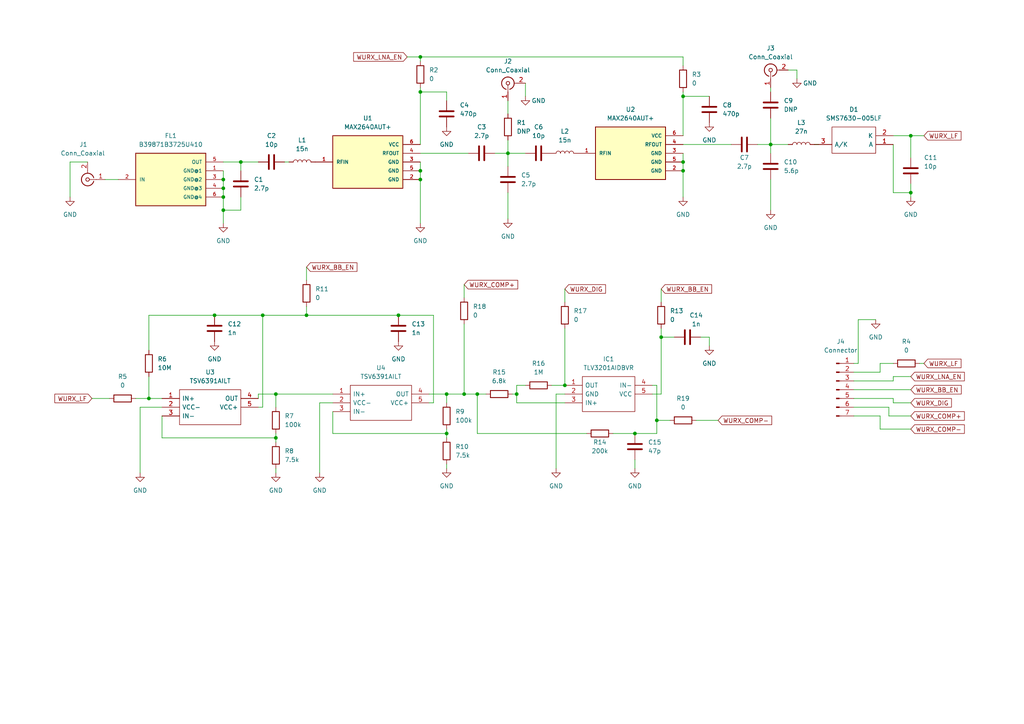
<source format=kicad_sch>
(kicad_sch (version 20211123) (generator eeschema)
  (paper "A4")
  (title_block (title "LNA based WuRx -Test PCB") (company "Tim Schröder - Technische Universität Berlin") (comment 1 " ") (comment 2 " \"Reliable Wake-up Receiver with Increased Sensitivity using Low-Noise Amplifiers.\"") (comment 3 "MLA	 Fromm, Robert, Olfa Kanoun, and Faouzi Derbel.") (comment 4 "Design inspired from:") (comment 5 "Three different output to test LNA amplification stages ") (comment 6 "Test PCB for Wake-up Receiver with dual-stage LNA"))
  (lib_symbols
    (symbol "B39871B3725U410:B39871B3725U410" (pin_names (offset 1.016))
      (property "Reference" "FL" (at -10.1691 8.3895 0))
      (property "Value" "B39871B3725U410" (at -10.1747 -9.666 0))
      (symbol "B39871B3725U410_0_0"
        (rectangle (start -10.16 -7.62) (end 10.16 7.62) (stroke (width 0.254)) (fill (type background)))
        (pin power_in line (at 15.24 2.54 180) (length 5.08) (name "GND@1") (number "1"))
        (pin input line (at -15.24 0 0) (length 5.08) (name "IN") (number "2"))
        (pin power_in line (at 15.24 0 180) (length 5.08) (name "GND@2") (number "3"))
        (pin power_in line (at 15.24 -2.54 180) (length 5.08) (name "GND@3") (number "4"))
        (pin output line (at 15.24 5.08 180) (length 5.08) (name "OUT") (number "5"))
        (pin power_in line (at 15.24 -5.08 180) (length 5.08) (name "GND@4") (number "6"))
      )
    )
    (symbol "Connector:Conn_01x07_Male" (pin_names (offset 1.016) hide)
      (property "Reference" "J" (at 0 10.16 0))
      (property "Value" "Conn_01x07_Male" (at 0 -10.16 0))
      (symbol "Conn_01x07_Male_1_1"
        (polyline (pts (xy 1.27 -7.62) (xy 0.8636 -7.62)) (stroke (width 0.1524)))
        (polyline (pts (xy 1.27 -5.08) (xy 0.8636 -5.08)) (stroke (width 0.1524)))
        (polyline (pts (xy 1.27 -2.54) (xy 0.8636 -2.54)) (stroke (width 0.1524)))
        (polyline (pts (xy 1.27 0) (xy 0.8636 0)) (stroke (width 0.1524)))
        (polyline (pts (xy 1.27 2.54) (xy 0.8636 2.54)) (stroke (width 0.1524)))
        (polyline (pts (xy 1.27 5.08) (xy 0.8636 5.08)) (stroke (width 0.1524)))
        (polyline (pts (xy 1.27 7.62) (xy 0.8636 7.62)) (stroke (width 0.1524)))
        (rectangle (start 0.8636 -7.493) (end 0 -7.747) (stroke (width 0.1524)) (fill (type outline)))
        (rectangle (start 0.8636 -4.953) (end 0 -5.207) (stroke (width 0.1524)) (fill (type outline)))
        (rectangle (start 0.8636 -2.413) (end 0 -2.667) (stroke (width 0.1524)) (fill (type outline)))
        (rectangle (start 0.8636 0.127) (end 0 -0.127) (stroke (width 0.1524)) (fill (type outline)))
        (rectangle (start 0.8636 2.667) (end 0 2.413) (stroke (width 0.1524)) (fill (type outline)))
        (rectangle (start 0.8636 5.207) (end 0 4.953) (stroke (width 0.1524)) (fill (type outline)))
        (rectangle (start 0.8636 7.747) (end 0 7.493) (stroke (width 0.1524)) (fill (type outline)))
        (pin passive line (at 5.08 7.62 180) (length 3.81) (name "Pin_1") (number "1"))
        (pin passive line (at 5.08 5.08 180) (length 3.81) (name "Pin_2") (number "2"))
        (pin passive line (at 5.08 2.54 180) (length 3.81) (name "Pin_3") (number "3"))
        (pin passive line (at 5.08 0 180) (length 3.81) (name "Pin_4") (number "4"))
        (pin passive line (at 5.08 -2.54 180) (length 3.81) (name "Pin_5") (number "5"))
        (pin passive line (at 5.08 -5.08 180) (length 3.81) (name "Pin_6") (number "6"))
        (pin passive line (at 5.08 -7.62 180) (length 3.81) (name "Pin_7") (number "7"))
      )
    )
    (symbol "Connector:Conn_Coaxial" (pin_names (offset 1.016) hide)
      (property "Reference" "J" (at 0.254 3.048 0))
      (property "Value" "Conn_Coaxial" (at 2.921 0 90))
      (symbol "Conn_Coaxial_0_1"
        (arc (start -1.778 -0.508) (mid 0.2311 -1.8066) (end 1.778 0) (stroke (width 0.254)))
        (polyline (pts (xy -2.54 0) (xy -0.508 0)))
        (polyline (pts (xy 0 -2.54) (xy 0 -1.778)))
        (circle (center 0 0) (radius 0.508) (stroke (width 0.2032)))
        (arc (start 1.778 0) (mid 0.2099 1.8101) (end -1.778 0.508) (stroke (width 0.254)))
      )
      (symbol "Conn_Coaxial_1_1"
        (pin passive line (at -5.08 0 0) (length 2.54) (name "In") (number "1"))
        (pin passive line (at 0 -5.08 90) (length 2.54) (name "Ext") (number "2"))
      )
    )
    (symbol "Device:C" (pin_numbers hide) (pin_names (offset 0.254))
      (property "Reference" "C" (at 0.635 2.54 0))
      (property "Value" "C" (at 0.635 -2.54 0))
      (symbol "C_0_1"
        (polyline (pts (xy -2.032 -0.762) (xy 2.032 -0.762)) (stroke (width 0.508)))
        (polyline (pts (xy -2.032 0.762) (xy 2.032 0.762)) (stroke (width 0.508)))
      )
      (symbol "C_1_1"
        (pin passive line (at 0 3.81 270) (length 2.794) (name "~") (number "1"))
        (pin passive line (at 0 -3.81 90) (length 2.794) (name "~") (number "2"))
      )
    )
    (symbol "Device:L" (pin_numbers hide) (pin_names (offset 1.016) hide)
      (property "Reference" "L" (at -1.27 0 90))
      (property "Value" "L" (at 1.905 0 90))
      (symbol "L_0_1"
        (arc (start 0 -2.54) (mid 0.635 -1.905) (end 0 -1.27))
        (arc (start 0 -1.27) (mid 0.635 -0.635) (end 0 0))
        (arc (start 0 0) (mid 0.635 0.635) (end 0 1.27))
        (arc (start 0 1.27) (mid 0.635 1.905) (end 0 2.54))
      )
      (symbol "L_1_1"
        (pin passive line (at 0 3.81 270) (length 1.27) (name "1") (number "1"))
        (pin passive line (at 0 -3.81 90) (length 1.27) (name "2") (number "2"))
      )
    )
    (symbol "Device:R" (pin_numbers hide) (pin_names (offset 0))
      (property "Reference" "R" (at 2.032 0 90))
      (property "Value" "R" (at 0 0 90))
      (symbol "R_0_1"
        (rectangle (start -1.016 -2.54) (end 1.016 2.54) (stroke (width 0.254)))
      )
      (symbol "R_1_1"
        (pin passive line (at 0 3.81 270) (length 1.27) (name "~") (number "1"))
        (pin passive line (at 0 -3.81 90) (length 1.27) (name "~") (number "2"))
      )
    )
    (symbol "MAX2640AUT_:MAX2640AUT+" (pin_names (offset 1.016))
      (property "Reference" "U" (at -10.16 8.62 0))
      (property "Value" "MAX2640AUT+" (at -10.16 -11.62 0))
      (symbol "MAX2640AUT+_0_0"
        (rectangle (start -10.16 -7.62) (end 10.16 7.62) (stroke (width 0.254)) (fill (type background)))
        (pin input line (at -15.24 0 0) (length 5.08) (name "RFIN") (number "1"))
        (pin power_in line (at 15.24 -5.08 180) (length 5.08) (name "GND") (number "2"))
        (pin power_in line (at 15.24 0 180) (length 5.08) (name "GND") (number "3"))
        (pin output line (at 15.24 2.54 180) (length 5.08) (name "RFOUT") (number "4"))
        (pin power_in line (at 15.24 -2.54 180) (length 5.08) (name "GND") (number "5"))
        (pin power_in line (at 15.24 5.08 180) (length 5.08) (name "VCC") (number "6"))
      )
    )
    (symbol "SMS7630-005LF:SMS7630-005LF" (pin_names (offset 0.762))
      (property "Reference" "D" (at 19.05 7.62 0))
      (property "Value" "SMS7630-005LF" (at 19.05 5.08 0))
      (symbol "SMS7630-005LF_0_0"
        (pin passive line (at 0 0 0) (length 5.08) (name "A") (number "1"))
        (pin passive line (at 0 -2.54 0) (length 5.08) (name "K") (number "2"))
        (pin passive line (at 22.86 0 180) (length 5.08) (name "A/K") (number "3"))
      )
      (symbol "SMS7630-005LF_0_1"
        (polyline (pts (xy 5.08 2.54) (xy 17.78 2.54) (xy 17.78 -5.08) (xy 5.08 -5.08) (xy 5.08 2.54)) (stroke (width 0.1524)))
      )
    )
    (symbol "TLV3201AIDBVR:TLV3201AIDBVR" (pin_names (offset 0.762))
      (property "Reference" "IC" (at 21.59 7.62 0))
      (property "Value" "TLV3201AIDBVR" (at 21.59 5.08 0))
      (symbol "TLV3201AIDBVR_0_0"
        (pin passive line (at 0 0 0) (length 5.08) (name "OUT") (number "1"))
        (pin passive line (at 0 -2.54 0) (length 5.08) (name "GND") (number "2"))
        (pin passive line (at 0 -5.08 0) (length 5.08) (name "IN+") (number "3"))
        (pin passive line (at 25.4 0 180) (length 5.08) (name "IN-") (number "4"))
        (pin passive line (at 25.4 -2.54 180) (length 5.08) (name "VCC") (number "5"))
      )
      (symbol "TLV3201AIDBVR_0_1"
        (polyline (pts (xy 5.08 2.54) (xy 20.32 2.54) (xy 20.32 -7.62) (xy 5.08 -7.62) (xy 5.08 2.54)) (stroke (width 0.1524)))
      )
    )
    (symbol "TSV6391AILT:TSV6391AILT" (pin_names (offset 0.762))
      (property "Reference" "IC" (at 24.13 7.62 0))
      (property "Value" "TSV6391AILT" (at 24.13 5.08 0))
      (symbol "TSV6391AILT_0_0"
        (pin passive line (at 0 0 0) (length 5.08) (name "IN+") (number "1"))
        (pin passive line (at 0 -2.54 0) (length 5.08) (name "VCC-") (number "2"))
        (pin passive line (at 0 -5.08 0) (length 5.08) (name "IN-") (number "3"))
        (pin passive line (at 27.94 0 180) (length 5.08) (name "OUT") (number "4"))
        (pin passive line (at 27.94 -2.54 180) (length 5.08) (name "VCC+") (number "5"))
      )
      (symbol "TSV6391AILT_0_1"
        (polyline (pts (xy 5.08 2.54) (xy 22.86 2.54) (xy 22.86 -7.62) (xy 5.08 -7.62) (xy 5.08 2.54)) (stroke (width 0.1524)))
      )
    )
    (symbol "power:GND" (power) (pin_names (offset 0))
      (property "Value" "GND" (at 0 -3.81 0))
      (symbol "GND_0_1"
        (polyline (pts (xy 0 0) (xy 0 -1.27) (xy 1.27 -1.27) (xy 0 -2.54) (xy -1.27 -1.27) (xy 0 -1.27)))
      )
      (symbol "GND_1_1"
        (pin power_in line (at 0 0 270) (length 0) hide (name "GND") (number "1"))
      )
    )
  )
  (junction (at 191.77 97.79))
  (junction (at 129.54 114.3))
  (junction (at 64.77 52.07))
  (junction (at 121.92 26.67))
  (junction (at 190.5 121.92))
  (junction (at 88.9 91.44))
  (junction (at 198.12 49.53))
  (junction (at 43.18 115.57))
  (junction (at 264.16 55.88))
  (junction (at 62.23 91.44))
  (junction (at 129.54 125.73))
  (junction (at 80.01 127))
  (junction (at 80.01 114.3))
  (junction (at 69.85 46.99))
  (junction (at 115.57 91.44))
  (junction (at 184.15 125.73))
  (junction (at 223.52 41.91))
  (junction (at 198.12 27.94))
  (junction (at 64.77 54.61))
  (junction (at 76.2 91.44))
  (junction (at 121.92 52.07))
  (junction (at 198.12 46.99))
  (junction (at 121.92 16.51))
  (junction (at 163.83 111.76))
  (junction (at 64.77 57.15))
  (junction (at 134.62 114.3))
  (junction (at 147.32 44.45))
  (junction (at 264.16 39.37))
  (junction (at 138.43 114.3))
  (junction (at 121.92 49.53))
  (junction (at 64.77 60.96))
  (junction (at 149.86 114.3))
  (wire (pts (xy 177.8 125.73) (xy 184.15 125.73)))
  (wire (pts (xy 118.11 16.51) (xy 121.92 16.51)))
  (wire (pts (xy 231.14 20.32) (xy 231.14 22.86)))
  (wire (pts (xy 259.08 109.22) (xy 259.08 110.49)))
  (wire (pts (xy 64.77 54.61) (xy 64.77 57.15)))
  (wire (pts (xy 46.99 127) (xy 80.01 127)))
  (wire (pts (xy 64.77 46.99) (xy 69.85 46.99)))
  (wire (pts (xy 198.12 26.67) (xy 198.12 27.94)))
  (wire (pts (xy 198.12 27.94) (xy 205.74 27.94)))
  (wire (pts (xy 46.99 118.11) (xy 40.64 118.11)))
  (wire (pts (xy 163.83 83.82) (xy 163.83 87.63)))
  (wire (pts (xy 148.59 114.3) (xy 149.86 114.3)))
  (wire (pts (xy 223.52 52.07) (xy 223.52 60.96)))
  (wire (pts (xy 264.16 55.88) (xy 264.16 57.15)))
  (wire (pts (xy 121.92 46.99) (xy 121.92 49.53)))
  (wire (pts (xy 121.92 17.78) (xy 121.92 16.51)))
  (wire (pts (xy 247.65 115.57) (xy 259.08 115.57)))
  (wire (pts (xy 247.65 113.03) (xy 264.16 113.03)))
  (wire (pts (xy 124.46 114.3) (xy 129.54 114.3)))
  (wire (pts (xy 264.16 124.46) (xy 255.27 124.46)))
  (wire (pts (xy 64.77 60.96) (xy 64.77 64.77)))
  (wire (pts (xy 201.93 121.92) (xy 208.28 121.92)))
  (wire (pts (xy 264.16 109.22) (xy 259.08 109.22)))
  (wire (pts (xy 198.12 49.53) (xy 198.12 57.15)))
  (wire (pts (xy 39.37 115.57) (xy 43.18 115.57)))
  (wire (pts (xy 184.15 125.73) (xy 190.5 125.73)))
  (wire (pts (xy 82.55 46.99) (xy 83.82 46.99)))
  (wire (pts (xy 134.62 93.98) (xy 134.62 114.3)))
  (wire (pts (xy 198.12 46.99) (xy 198.12 49.53)))
  (wire (pts (xy 189.23 114.3) (xy 191.77 114.3)))
  (wire (pts (xy 259.08 55.88) (xy 264.16 55.88)))
  (wire (pts (xy 80.01 135.89) (xy 80.01 137.16)))
  (wire (pts (xy 223.52 41.91) (xy 228.6 41.91)))
  (wire (pts (xy 147.32 40.64) (xy 147.32 44.45)))
  (wire (pts (xy 264.16 39.37) (xy 267.97 39.37)))
  (wire (pts (xy 143.51 44.45) (xy 147.32 44.45)))
  (wire (pts (xy 257.81 120.65) (xy 264.16 120.65)))
  (wire (pts (xy 64.77 49.53) (xy 64.77 52.07)))
  (wire (pts (xy 236.22 41.91) (xy 237.49 41.91)))
  (wire (pts (xy 138.43 125.73) (xy 138.43 114.3)))
  (wire (pts (xy 191.77 114.3) (xy 191.77 97.79)))
  (wire (pts (xy 163.83 116.84) (xy 149.86 116.84)))
  (wire (pts (xy 247.65 120.65) (xy 255.27 120.65)))
  (wire (pts (xy 69.85 57.15) (xy 69.85 60.96)))
  (wire (pts (xy 147.32 44.45) (xy 152.4 44.45)))
  (wire (pts (xy 129.54 114.3) (xy 134.62 114.3)))
  (wire (pts (xy 147.32 29.21) (xy 147.32 33.02)))
  (wire (pts (xy 129.54 29.21) (xy 129.54 26.67)))
  (wire (pts (xy 134.62 82.55) (xy 134.62 86.36)))
  (wire (pts (xy 259.08 116.84) (xy 259.08 115.57)))
  (wire (pts (xy 264.16 116.84) (xy 259.08 116.84)))
  (wire (pts (xy 266.7 105.41) (xy 267.97 105.41)))
  (wire (pts (xy 74.93 118.11) (xy 76.2 118.11)))
  (wire (pts (xy 149.86 111.76) (xy 149.86 114.3)))
  (wire (pts (xy 64.77 52.07) (xy 64.77 54.61)))
  (wire (pts (xy 247.65 107.95) (xy 255.27 107.95)))
  (wire (pts (xy 121.92 16.51) (xy 198.12 16.51)))
  (wire (pts (xy 247.65 110.49) (xy 259.08 110.49)))
  (wire (pts (xy 161.29 114.3) (xy 161.29 135.89)))
  (wire (pts (xy 40.64 118.11) (xy 40.64 137.16)))
  (wire (pts (xy 248.92 105.41) (xy 248.92 92.71)))
  (wire (pts (xy 152.4 24.13) (xy 152.4 27.94)))
  (wire (pts (xy 92.71 116.84) (xy 92.71 137.16)))
  (wire (pts (xy 219.71 41.91) (xy 223.52 41.91)))
  (wire (pts (xy 228.6 20.32) (xy 231.14 20.32)))
  (wire (pts (xy 134.62 114.3) (xy 138.43 114.3)))
  (wire (pts (xy 121.92 25.4) (xy 121.92 26.67)))
  (wire (pts (xy 76.2 91.44) (xy 88.9 91.44)))
  (wire (pts (xy 129.54 134.62) (xy 129.54 135.89)))
  (wire (pts (xy 255.27 105.41) (xy 255.27 107.95)))
  (wire (pts (xy 121.92 26.67) (xy 129.54 26.67)))
  (wire (pts (xy 129.54 125.73) (xy 129.54 127)))
  (wire (pts (xy 30.48 52.07) (xy 34.29 52.07)))
  (wire (pts (xy 121.92 26.67) (xy 121.92 41.91)))
  (wire (pts (xy 20.32 46.99) (xy 20.32 57.15)))
  (wire (pts (xy 248.92 92.71) (xy 254 92.71)))
  (wire (pts (xy 259.08 39.37) (xy 264.16 39.37)))
  (wire (pts (xy 257.81 118.11) (xy 257.81 120.65)))
  (wire (pts (xy 80.01 114.3) (xy 80.01 118.11)))
  (wire (pts (xy 223.52 25.4) (xy 223.52 26.67)))
  (wire (pts (xy 198.12 41.91) (xy 212.09 41.91)))
  (wire (pts (xy 88.9 91.44) (xy 115.57 91.44)))
  (wire (pts (xy 74.93 114.3) (xy 80.01 114.3)))
  (wire (pts (xy 121.92 49.53) (xy 121.92 52.07)))
  (wire (pts (xy 26.67 115.57) (xy 31.75 115.57)))
  (wire (pts (xy 88.9 88.9) (xy 88.9 91.44)))
  (wire (pts (xy 138.43 114.3) (xy 140.97 114.3)))
  (wire (pts (xy 198.12 19.05) (xy 198.12 16.51)))
  (wire (pts (xy 80.01 125.73) (xy 80.01 127)))
  (wire (pts (xy 259.08 41.91) (xy 259.08 55.88)))
  (wire (pts (xy 115.57 91.44) (xy 125.73 91.44)))
  (wire (pts (xy 190.5 125.73) (xy 190.5 121.92)))
  (wire (pts (xy 96.52 116.84) (xy 92.71 116.84)))
  (wire (pts (xy 247.65 105.41) (xy 248.92 105.41)))
  (wire (pts (xy 163.83 114.3) (xy 161.29 114.3)))
  (wire (pts (xy 69.85 46.99) (xy 74.93 46.99)))
  (wire (pts (xy 43.18 109.22) (xy 43.18 115.57)))
  (wire (pts (xy 74.93 114.3) (xy 74.93 115.57)))
  (wire (pts (xy 247.65 118.11) (xy 257.81 118.11)))
  (wire (pts (xy 64.77 57.15) (xy 64.77 60.96)))
  (wire (pts (xy 160.02 111.76) (xy 163.83 111.76)))
  (wire (pts (xy 64.77 60.96) (xy 69.85 60.96)))
  (wire (pts (xy 80.01 127) (xy 80.01 128.27)))
  (wire (pts (xy 191.77 97.79) (xy 191.77 95.25)))
  (wire (pts (xy 88.9 77.47) (xy 88.9 81.28)))
  (wire (pts (xy 163.83 95.25) (xy 163.83 111.76)))
  (wire (pts (xy 190.5 121.92) (xy 194.31 121.92)))
  (wire (pts (xy 147.32 55.88) (xy 147.32 63.5)))
  (wire (pts (xy 125.73 91.44) (xy 125.73 116.84)))
  (wire (pts (xy 25.4 46.99) (xy 20.32 46.99)))
  (wire (pts (xy 190.5 121.92) (xy 190.5 111.76)))
  (wire (pts (xy 152.4 111.76) (xy 149.86 111.76)))
  (wire (pts (xy 43.18 91.44) (xy 43.18 101.6)))
  (wire (pts (xy 255.27 124.46) (xy 255.27 120.65)))
  (wire (pts (xy 80.01 114.3) (xy 96.52 114.3)))
  (wire (pts (xy 149.86 114.3) (xy 149.86 116.84)))
  (wire (pts (xy 223.52 41.91) (xy 223.52 44.45)))
  (wire (pts (xy 76.2 91.44) (xy 76.2 118.11)))
  (wire (pts (xy 191.77 83.82) (xy 191.77 87.63)))
  (wire (pts (xy 190.5 111.76) (xy 189.23 111.76)))
  (wire (pts (xy 170.18 125.73) (xy 138.43 125.73)))
  (wire (pts (xy 43.18 91.44) (xy 62.23 91.44)))
  (wire (pts (xy 264.16 39.37) (xy 264.16 45.72)))
  (wire (pts (xy 121.92 52.07) (xy 121.92 64.77)))
  (wire (pts (xy 184.15 133.35) (xy 184.15 135.89)))
  (wire (pts (xy 198.12 44.45) (xy 198.12 46.99)))
  (wire (pts (xy 121.92 44.45) (xy 135.89 44.45)))
  (wire (pts (xy 129.54 124.46) (xy 129.54 125.73)))
  (wire (pts (xy 69.85 46.99) (xy 69.85 49.53)))
  (wire (pts (xy 264.16 53.34) (xy 264.16 55.88)))
  (wire (pts (xy 46.99 120.65) (xy 46.99 127)))
  (wire (pts (xy 125.73 116.84) (xy 124.46 116.84)))
  (wire (pts (xy 62.23 91.44) (xy 76.2 91.44)))
  (wire (pts (xy 223.52 34.29) (xy 223.52 41.91)))
  (wire (pts (xy 205.74 97.79) (xy 205.74 100.33)))
  (wire (pts (xy 255.27 105.41) (xy 259.08 105.41)))
  (wire (pts (xy 129.54 114.3) (xy 129.54 116.84)))
  (wire (pts (xy 147.32 44.45) (xy 147.32 48.26)))
  (wire (pts (xy 96.52 119.38) (xy 96.52 125.73)))
  (wire (pts (xy 96.52 125.73) (xy 129.54 125.73)))
  (wire (pts (xy 198.12 27.94) (xy 198.12 39.37)))
  (wire (pts (xy 203.2 97.79) (xy 205.74 97.79)))
  (wire (pts (xy 43.18 115.57) (xy 46.99 115.57)))
  (wire (pts (xy 191.77 97.79) (xy 195.58 97.79)))
  (global_label "WURX_COMP-" (shape input) (at 208.28 121.92 0) (property "Intersheet References" "${INTERSHEET_REFS}" (effects hide)))
  (global_label "WURX_LNA_EN" (shape input) (at 264.16 109.22 0) (property "Intersheet References" "${INTERSHEET_REFS}" (effects hide)))
  (global_label "WURX_LF" (shape input) (at 267.97 105.41 0) (property "Intersheet References" "${INTERSHEET_REFS}" (effects hide)))
  (global_label "WURX_COMP-" (shape input) (at 264.16 124.46 0) (property "Intersheet References" "${INTERSHEET_REFS}" (effects hide)))
  (global_label "WURX_COMP+" (shape input) (at 264.16 120.65 0) (property "Intersheet References" "${INTERSHEET_REFS}" (effects hide)))
  (global_label "WURX_BB_EN" (shape input) (at 264.16 113.03 0) (property "Intersheet References" "${INTERSHEET_REFS}" (effects hide)))
  (global_label "WURX_LNA_EN" (shape input) (at 118.11 16.51 180) (property "Intersheet References" "${INTERSHEET_REFS}" (effects hide)))
  (global_label "WURX_LF" (shape input) (at 26.67 115.57 180) (property "Intersheet References" "${INTERSHEET_REFS}" (effects hide)))
  (global_label "WURX_BB_EN" (shape input) (at 191.77 83.82 0) (property "Intersheet References" "${INTERSHEET_REFS}" (effects hide)))
  (global_label "WURX_BB_EN" (shape input) (at 88.9 77.47 0) (property "Intersheet References" "${INTERSHEET_REFS}" (effects hide)))
  (global_label "WURX_LF" (shape input) (at 267.97 39.37 0) (property "Intersheet References" "${INTERSHEET_REFS}" (effects hide)))
  (global_label "WURX_DIG" (shape input) (at 264.16 116.84 0) (property "Intersheet References" "${INTERSHEET_REFS}" (effects hide)))
  (global_label "WURX_COMP+" (shape input) (at 134.62 82.55 0) (property "Intersheet References" "${INTERSHEET_REFS}" (effects hide)))
  (global_label "WURX_DIG" (shape input) (at 163.83 83.82 0) (property "Intersheet References" "${INTERSHEET_REFS}" (effects hide)))
  (symbol (lib_id "Device:R") (at 198.12 121.92 270) (unit 1)
    (property "Reference" "R19" (at 198.12 115.57 90))
    (property "Value" "0" (at 198.12 118.11 90))
    (property "Footprint" "Resistor_SMD:R_0805_2012Metric" (effects hide))
  )
  (symbol (lib_id "power:GND") (at 129.54 36.83 0) (unit 1)
    (property "Reference" "#PWR0121" (effects hide))
    (property "Value" "GND" (at 129.54 41.91 0))
  )
  (symbol (lib_id "Connector:Conn_Coaxial") (at 147.32 24.13 90) (unit 1)
    (property "Reference" "J2" (at 147.32 17.78 90))
    (property "Value" "Conn_Coaxial" (at 147.32 20.32 90))
    (property "Footprint" "Connector_Coaxial:BNC_Amphenol_B6252HB-NPP3G-50_Horizontal" (effects hide))
    (property "Datasheet" " ~" (effects hide))
  )
  (symbol (lib_id "Device:R") (at 88.9 85.09 0) (unit 1)
    (property "Reference" "R11" (at 91.44 83.8199 0) (effects (justify left)))
    (property "Value" "0" (at 91.44 86.3599 0) (effects (justify left)))
    (property "Footprint" "Resistor_SMD:R_0805_2012Metric" (effects hide))
  )
  (symbol (lib_id "power:GND") (at 184.15 135.89 0) (unit 1)
    (property "Reference" "#PWR0101" (effects hide))
    (property "Value" "GND" (at 184.15 140.97 0))
  )
  (symbol (lib_id "power:GND") (at 254 92.71 0) (unit 1)
    (property "Reference" "#PWR0103" (effects hide))
    (property "Value" "GND" (at 254 97.79 0))
  )
  (symbol (lib_id "Device:C") (at 184.15 129.54 0) (unit 1)
    (property "Reference" "C15" (at 187.96 128.2699 0) (effects (justify left)))
    (property "Value" "47p" (at 187.96 130.8099 0) (effects (justify left)))
    (property "Footprint" "Capacitor_SMD:C_0805_2012Metric" (effects hide))
  )
  (symbol (lib_id "Connector:Conn_01x07_Male") (at 242.57 113.03 0) (unit 1)
    (property "Reference" "J4" (at 243.84 99.06 0))
    (property "Value" "Connector" (at 243.84 101.6 0))
    (property "Footprint" "Connector_PinHeader_2.54mm:PinHeader_1x07_P2.54mm_Vertical" (effects hide))
  )
  (symbol (lib_id "Device:R") (at 35.56 115.57 90) (unit 1)
    (property "Reference" "R5" (at 35.56 109.22 90))
    (property "Value" "0" (at 35.56 111.76 90))
    (property "Footprint" "Resistor_SMD:R_0805_2012Metric" (effects hide))
  )
  (symbol (lib_id "Device:L") (at 163.83 44.45 90) (unit 1)
    (property "Reference" "L2" (at 163.83 38.1 90))
    (property "Value" "15n" (at 163.83 40.64 90))
    (property "Footprint" "Inductor_SMD:L_0805_2012Metric" (effects hide))
  )
  (symbol (lib_id "power:GND") (at 264.16 57.15 0) (unit 1)
    (property "Reference" "#PWR0123" (effects hide))
    (property "Value" "GND" (at 264.16 62.23 0))
  )
  (symbol (lib_id "Device:R") (at 129.54 130.81 0) (unit 1)
    (property "Reference" "R10" (at 132.08 129.5399 0) (effects (justify left)))
    (property "Value" "7.5k" (at 132.08 132.0799 0) (effects (justify left)))
    (property "Footprint" "Resistor_SMD:R_0805_2012Metric" (effects hide))
  )
  (symbol (lib_id "Device:R") (at 262.89 105.41 90) (unit 1)
    (property "Reference" "R4" (at 262.89 99.06 90))
    (property "Value" "0" (at 262.89 101.6 90))
    (property "Footprint" "Resistor_SMD:R_0805_2012Metric" (effects hide))
  )
  (symbol (lib_id "Connector:Conn_Coaxial") (at 223.52 20.32 90) (unit 1)
    (property "Reference" "J3" (at 223.52 13.97 90))
    (property "Value" "Conn_Coaxial" (at 223.52 16.51 90))
    (property "Footprint" "Connector_Coaxial:BNC_Amphenol_B6252HB-NPP3G-50_Horizontal" (effects hide))
    (property "Datasheet" " ~" (effects hide))
  )
  (symbol (lib_id "power:GND") (at 223.52 60.96 0) (unit 1)
    (property "Reference" "#PWR0112" (effects hide))
    (property "Value" "GND" (at 223.52 66.04 0))
  )
  (symbol (lib_id "power:GND") (at 231.14 22.86 0) (unit 1)
    (property "Reference" "#PWR0114" (effects hide))
    (property "Value" "GND" (at 234.95 24.13 0))
  )
  (symbol (lib_id "power:GND") (at 80.01 137.16 0) (unit 1)
    (property "Reference" "#PWR0117" (effects hide))
    (property "Value" "GND" (at 80.01 142.24 0))
  )
  (symbol (lib_id "Device:C") (at 147.32 52.07 0) (unit 1)
    (property "Reference" "C5" (at 151.13 50.7999 0) (effects (justify left)))
    (property "Value" "2.7p" (at 151.13 53.3399 0) (effects (justify left)))
    (property "Footprint" "Capacitor_SMD:C_0805_2012Metric" (effects hide))
  )
  (symbol (lib_id "Device:R") (at 134.62 90.17 180) (unit 1)
    (property "Reference" "R18" (at 137.16 88.8999 0) (effects (justify right)))
    (property "Value" "0" (at 137.16 91.4399 0) (effects (justify right)))
    (property "Footprint" "Resistor_SMD:R_0805_2012Metric" (effects hide))
  )
  (symbol (lib_id "power:GND") (at 64.77 64.77 0) (unit 1)
    (property "Reference" "#PWR0107" (effects hide))
    (property "Value" "GND" (at 64.77 69.85 0))
  )
  (symbol (lib_id "Device:C") (at 156.21 44.45 90) (unit 1)
    (property "Reference" "C6" (at 156.21 36.83 90))
    (property "Value" "10p" (at 156.21 39.37 90))
    (property "Footprint" "Capacitor_SMD:C_0805_2012Metric" (effects hide))
  )
  (symbol (lib_id "power:GND") (at 121.92 64.77 0) (unit 1)
    (property "Reference" "#PWR0106" (effects hide))
    (property "Value" "GND" (at 121.92 69.85 0))
  )
  (symbol (lib_id "MAX2640AUT_:MAX2640AUT+") (at 106.68 46.99 0) (unit 1)
    (property "Reference" "U1" (at 106.68 34.29 0))
    (property "Value" "MAX2640AUT+" (at 106.68 36.83 0))
    (property "Footprint" "MAX2640AUT_:SOT95P280X145-6N" (effects hide))
    (property "PRICE" "None" (effects hide))
    (property "MF" "Maxim Integrated" (effects hide))
    (property "DESCRIPTION" "RF Amplifier 300MHz - 2.5GHz SiGe Ultra-Low-Noise" (effects hide))
    (property "PACKAGE" "SOT-23-6 Maxim" (effects hide))
    (property "AVAILABILITY" "Unavailable" (effects hide))
    (property "MP" "MAX2640AUT+" (effects hide))
  )
  (symbol (lib_id "Device:R") (at 156.21 111.76 90) (unit 1)
    (property "Reference" "R16" (at 156.21 105.41 90))
    (property "Value" "1M" (at 156.21 107.95 90))
    (property "Footprint" "Resistor_SMD:R_0805_2012Metric" (effects hide))
  )
  (symbol (lib_id "Device:R") (at 80.01 121.92 0) (unit 1)
    (property "Reference" "R7" (at 82.55 120.6499 0) (effects (justify left)))
    (property "Value" "100k" (at 82.55 123.1899 0) (effects (justify left)))
    (property "Footprint" "Resistor_SMD:R_0805_2012Metric" (effects hide))
  )
  (symbol (lib_id "B39871B3725U410:B39871B3725U410") (at 49.53 52.07 0) (unit 1)
    (property "Reference" "FL1" (at 49.53 39.37 0))
    (property "Value" "B39871B3725U410" (at 49.53 41.91 0))
    (property "Footprint" "B39871B3725U410:SON120P300X300X110-6N" (effects hide))
    (property "MANUFACTURER" "EPCOS" (effects hide))
  )
  (symbol (lib_id "power:GND") (at 161.29 135.89 0) (unit 1)
    (property "Reference" "#PWR0102" (effects hide))
    (property "Value" "GND" (at 161.29 140.97 0))
  )
  (symbol (lib_id "power:GND") (at 152.4 27.94 0) (unit 1)
    (property "Reference" "#PWR0120" (effects hide))
    (property "Value" "GND" (at 156.21 29.21 0))
  )
  (symbol (lib_id "Device:R") (at 173.99 125.73 90) (unit 1)
    (property "Reference" "R14" (at 173.99 128.27 90))
    (property "Value" "200k" (at 173.99 130.81 90))
    (property "Footprint" "Resistor_SMD:R_0805_2012Metric" (effects hide))
  )
  (symbol (lib_id "power:GND") (at 205.74 35.56 0) (unit 1)
    (property "Reference" "#PWR0113" (effects hide))
    (property "Value" "GND" (at 205.74 40.64 0))
  )
  (symbol (lib_id "Device:C") (at 139.7 44.45 90) (unit 1)
    (property "Reference" "C3" (at 139.7 36.83 90))
    (property "Value" "2.7p" (at 139.7 39.37 90))
    (property "Footprint" "Capacitor_SMD:C_0805_2012Metric" (effects hide))
  )
  (symbol (lib_id "Device:C") (at 264.16 49.53 180) (unit 1)
    (property "Reference" "C11" (at 267.97 45.7199 0) (effects (justify right)))
    (property "Value" "10p" (at 267.97 48.2599 0) (effects (justify right)))
    (property "Footprint" "Capacitor_SMD:C_0805_2012Metric" (effects hide))
  )
  (symbol (lib_id "Device:C") (at 223.52 30.48 0) (unit 1)
    (property "Reference" "C9" (at 227.33 29.2099 0) (effects (justify left)))
    (property "Value" "DNP" (at 227.33 31.7499 0) (effects (justify left)))
    (property "Footprint" "Capacitor_SMD:C_0805_2012Metric" (effects hide))
  )
  (symbol (lib_id "Device:R") (at 80.01 132.08 0) (unit 1)
    (property "Reference" "R8" (at 82.55 130.8099 0) (effects (justify left)))
    (property "Value" "7.5k" (at 82.55 133.3499 0) (effects (justify left)))
    (property "Footprint" "Resistor_SMD:R_0805_2012Metric" (effects hide))
  )
  (symbol (lib_id "power:GND") (at 20.32 57.15 0) (unit 1)
    (property "Reference" "#PWR0118" (effects hide))
    (property "Value" "GND" (at 20.32 62.23 0))
  )
  (symbol (lib_id "Device:C") (at 215.9 41.91 270) (unit 1)
    (property "Reference" "C7" (at 215.9 45.72 90))
    (property "Value" "2.7p" (at 215.9 48.26 90))
    (property "Footprint" "Capacitor_SMD:C_0805_2012Metric" (effects hide))
  )
  (symbol (lib_id "Device:C") (at 199.39 97.79 90) (unit 1)
    (property "Reference" "C14" (at 201.93 91.44 90))
    (property "Value" "1n" (at 201.93 93.98 90))
    (property "Footprint" "Capacitor_SMD:C_0805_2012Metric" (effects hide))
  )
  (symbol (lib_id "Device:L") (at 87.63 46.99 90) (unit 1)
    (property "Reference" "L1" (at 87.63 40.64 90))
    (property "Value" "15n" (at 87.63 43.18 90))
    (property "Footprint" "Inductor_SMD:L_0805_2012Metric" (effects hide))
  )
  (symbol (lib_id "Device:C") (at 223.52 48.26 0) (unit 1)
    (property "Reference" "C10" (at 227.33 46.9899 0) (effects (justify left)))
    (property "Value" "5.6p" (at 227.33 49.5299 0) (effects (justify left)))
    (property "Footprint" "Capacitor_SMD:C_0805_2012Metric" (effects hide))
  )
  (symbol (lib_id "Device:C") (at 115.57 95.25 180) (unit 1)
    (property "Reference" "C13" (at 119.38 93.9799 0) (effects (justify right)))
    (property "Value" "1n" (at 119.38 96.5199 0) (effects (justify right)))
    (property "Footprint" "Capacitor_SMD:C_0805_2012Metric" (effects hide))
  )
  (symbol (lib_id "Device:R") (at 198.12 22.86 0) (unit 1)
    (property "Reference" "R3" (at 200.66 21.5899 0) (effects (justify left)))
    (property "Value" "0" (at 200.66 24.1299 0) (effects (justify left)))
    (property "Footprint" "Resistor_SMD:R_0805_2012Metric" (effects hide))
  )
  (symbol (lib_id "MAX2640AUT_:MAX2640AUT+") (at 182.88 44.45 0) (unit 1)
    (property "Reference" "U2" (at 182.88 31.75 0))
    (property "Value" "MAX2640AUT+" (at 182.88 34.29 0))
    (property "Footprint" "MAX2640AUT_:SOT95P280X145-6N" (effects hide))
    (property "PRICE" "None" (effects hide))
    (property "MF" "Maxim Integrated" (effects hide))
    (property "DESCRIPTION" "RF Amplifier 300MHz - 2.5GHz SiGe Ultra-Low-Noise" (effects hide))
    (property "PACKAGE" "SOT-23-6 Maxim" (effects hide))
    (property "AVAILABILITY" "Unavailable" (effects hide))
    (property "MP" "MAX2640AUT+" (effects hide))
  )
  (symbol (lib_id "Device:C") (at 62.23 95.25 0) (unit 1)
    (property "Reference" "C12" (at 66.04 93.9799 0) (effects (justify left)))
    (property "Value" "1n" (at 66.04 96.5199 0) (effects (justify left)))
    (property "Footprint" "Capacitor_SMD:C_0805_2012Metric" (effects hide))
  )
  (symbol (lib_id "Device:R") (at 121.92 21.59 0) (unit 1)
    (property "Reference" "R2" (at 124.46 20.3199 0) (effects (justify left)))
    (property "Value" "0" (at 124.46 22.8599 0) (effects (justify left)))
    (property "Footprint" "Resistor_SMD:R_0805_2012Metric" (effects hide))
  )
  (symbol (lib_id "Device:R") (at 191.77 91.44 180) (unit 1)
    (property "Reference" "R13" (at 194.31 90.1699 0) (effects (justify right)))
    (property "Value" "0" (at 194.31 92.7099 0) (effects (justify right)))
    (property "Footprint" "Resistor_SMD:R_0805_2012Metric" (effects hide))
  )
  (symbol (lib_id "power:GND") (at 129.54 135.89 0) (unit 1)
    (property "Reference" "#PWR0108" (effects hide))
    (property "Value" "GND" (at 129.54 140.97 0))
  )
  (symbol (lib_id "Device:C") (at 69.85 53.34 180) (unit 1)
    (property "Reference" "C1" (at 73.66 52.0699 0) (effects (justify right)))
    (property "Value" "2.7p" (at 73.66 54.6099 0) (effects (justify right)))
    (property "Footprint" "Capacitor_SMD:C_0805_2012Metric" (effects hide))
  )
  (symbol (lib_id "Device:R") (at 163.83 91.44 180) (unit 1)
    (property "Reference" "R17" (at 166.37 90.1699 0) (effects (justify right)))
    (property "Value" "0" (at 166.37 92.7099 0) (effects (justify right)))
    (property "Footprint" "Resistor_SMD:R_0805_2012Metric" (effects hide))
  )
  (symbol (lib_id "power:GND") (at 92.71 137.16 0) (unit 1)
    (property "Reference" "#PWR0109" (effects hide))
    (property "Value" "GND" (at 92.71 142.24 0))
  )
  (symbol (lib_id "Connector:Conn_Coaxial") (at 25.4 52.07 180) (unit 1)
    (property "Reference" "J1" (at 25.4 41.91 0) (effects (justify left)))
    (property "Value" "Conn_Coaxial" (at 30.48 44.45 0) (effects (justify left)))
    (property "Footprint" "Connector_Coaxial:SMA_Amphenol_901-143_Horizontal" (effects hide))
    (property "Datasheet" " ~" (effects hide))
  )
  (symbol (lib_id "Device:L") (at 232.41 41.91 90) (unit 1)
    (property "Reference" "L3" (at 232.41 35.56 90))
    (property "Value" "27n" (at 232.41 38.1 90))
    (property "Footprint" "Inductor_SMD:L_0805_2012Metric" (effects hide))
  )
  (symbol (lib_id "Device:R") (at 147.32 36.83 0) (unit 1)
    (property "Reference" "R1" (at 149.86 35.5599 0) (effects (justify left)))
    (property "Value" "DNP" (at 149.86 38.0999 0) (effects (justify left)))
    (property "Footprint" "Resistor_SMD:R_0805_2012Metric" (effects hide))
  )
  (symbol (lib_id "Device:R") (at 43.18 105.41 0) (unit 1)
    (property "Reference" "R6" (at 45.72 104.1399 0) (effects (justify left)))
    (property "Value" "10M" (at 45.72 106.6799 0) (effects (justify left)))
    (property "Footprint" "Resistor_SMD:R_0805_2012Metric" (effects hide))
  )
  (symbol (lib_id "Device:C") (at 205.74 31.75 0) (unit 1)
    (property "Reference" "C8" (at 209.55 30.4799 0) (effects (justify left)))
    (property "Value" "470p" (at 209.55 33.0199 0) (effects (justify left)))
    (property "Footprint" "Capacitor_SMD:C_0805_2012Metric" (effects hide))
  )
  (symbol (lib_id "power:GND") (at 205.74 100.33 0) (unit 1)
    (property "Reference" "#PWR0104" (effects hide))
    (property "Value" "GND" (at 205.74 105.41 0))
  )
  (symbol (lib_id "TLV3201AIDBVR:TLV3201AIDBVR") (at 163.83 111.76 0) (unit 1)
    (property "Reference" "IC1" (at 176.53 104.14 0))
    (property "Value" "TLV3201AIDBVR" (at 176.53 106.68 0))
    (property "Footprint" "TLV3201AIDBVR:SOT95P280X145-5N" (effects hide))
    (property "Datasheet" "http://www.ti.com/lit/gpn/tlv3201" (effects hide))
    (property "Description" "40ns, micro-Power, Rail-to-Rail Input, Single-Channel Comparator with Push-Pull Outputs" (effects hide))
    (property "Height" "1.45" (effects hide))
    (property "Manufacturer_Name" "Texas Instruments" (effects hide))
    (property "Manufacturer_Part_Number" "TLV3201AIDBVR" (effects hide))
    (property "Mouser Part Number" "595-TLV3201AIDBVR" (effects hide))
    (property "Mouser Price/Stock" "https://www.mouser.co.uk/ProductDetail/Texas-Instruments/TLV3201AIDBVR?qs=5771e39Rz9GGuYwPEKy7fA%3D%3D" (effects hide))
    (property "Arrow Part Number" "TLV3201AIDBVR" (effects hide))
    (property "Arrow Price/Stock" "https://www.arrow.com/en/products/tlv3201aidbvr/texas-instruments?region=nac" (effects hide))
  )
  (symbol (lib_id "power:GND") (at 62.23 99.06 0) (unit 1)
    (property "Reference" "#PWR0116" (effects hide))
    (property "Value" "GND" (at 62.23 104.14 0))
  )
  (symbol (lib_id "power:GND") (at 40.64 137.16 0) (unit 1)
    (property "Reference" "#PWR0115" (effects hide))
    (property "Value" "GND" (at 40.64 142.24 0))
  )
  (symbol (lib_id "power:GND") (at 147.32 63.5 0) (unit 1)
    (property "Reference" "#PWR0122" (effects hide))
    (property "Value" "GND" (at 147.32 68.58 0))
  )
  (symbol (lib_id "Device:R") (at 144.78 114.3 90) (unit 1)
    (property "Reference" "R15" (at 144.78 107.95 90))
    (property "Value" "6.8k" (at 144.78 110.49 90))
    (property "Footprint" "Resistor_SMD:R_0805_2012Metric" (effects hide))
  )
  (symbol (lib_id "TSV6391AILT:TSV6391AILT") (at 46.99 115.57 0) (unit 1)
    (property "Reference" "U3" (at 60.96 107.95 0))
    (property "Value" "TSV6391AILT" (at 60.96 110.49 0))
    (property "Footprint" "TSV6391AILT:SOT95P280X145-5N" (effects hide))
    (property "Datasheet" "https://www.st.com/resource/en/datasheet/tsv6391a.pdf" (effects hide))
    (property "Description" "Operational Amplifiers - Op Amps Micropower wide band width CMOS op-amps" (effects hide))
    (property "Height" "1.45" (effects hide))
    (property "Manufacturer_Name" "STMicroelectronics" (effects hide))
    (property "Manufacturer_Part_Number" "TSV6391AILT" (effects hide))
    (property "Mouser Part Number" "511-TSV6391AILT" (effects hide))
    (property "Mouser Price/Stock" "https://www.mouser.co.uk/ProductDetail/STMicroelectronics/TSV6391AILT?qs=UlfnwZ2x8nR8cEPh4KodRg%3D%3D" (effects hide))
    (property "Arrow Part Number" "TSV6391AILT" (effects hide))
    (property "Arrow Price/Stock" "https://www.arrow.com/en/products/tsv6391ailt/stmicroelectronics?region=nac" (effects hide))
  )
  (symbol (lib_id "power:GND") (at 198.12 57.15 0) (unit 1)
    (property "Reference" "#PWR0110" (effects hide))
    (property "Value" "GND" (at 198.12 62.23 0))
  )
  (symbol (lib_id "Device:C") (at 78.74 46.99 90) (unit 1)
    (property "Reference" "C2" (at 78.74 39.37 90))
    (property "Value" "10p" (at 78.74 41.91 90))
    (property "Footprint" "Capacitor_SMD:C_0805_2012Metric" (effects hide))
  )
  (symbol (lib_id "power:GND") (at 115.57 99.06 0) (unit 1)
    (property "Reference" "#PWR0105" (effects hide))
    (property "Value" "GND" (at 115.57 104.14 0))
  )
  (symbol (lib_id "TSV6391AILT:TSV6391AILT") (at 96.52 114.3 0) (unit 1)
    (property "Reference" "U4" (at 110.49 106.68 0))
    (property "Value" "TSV6391AILT" (at 110.49 109.22 0))
    (property "Footprint" "TSV6391AILT:SOT95P280X145-5N" (effects hide))
    (property "Datasheet" "https://www.st.com/resource/en/datasheet/tsv6391a.pdf" (effects hide))
    (property "Description" "Operational Amplifiers - Op Amps Micropower wide band width CMOS op-amps" (effects hide))
    (property "Height" "1.45" (effects hide))
    (property "Manufacturer_Name" "STMicroelectronics" (effects hide))
    (property "Manufacturer_Part_Number" "TSV6391AILT" (effects hide))
    (property "Mouser Part Number" "511-TSV6391AILT" (effects hide))
    (property "Mouser Price/Stock" "https://www.mouser.co.uk/ProductDetail/STMicroelectronics/TSV6391AILT?qs=UlfnwZ2x8nR8cEPh4KodRg%3D%3D" (effects hide))
    (property "Arrow Part Number" "TSV6391AILT" (effects hide))
    (property "Arrow Price/Stock" "https://www.arrow.com/en/products/tsv6391ailt/stmicroelectronics?region=nac" (effects hide))
  )
  (symbol (lib_id "SMS7630-005LF:SMS7630-005LF") (at 259.08 41.91 180) (unit 1)
    (property "Reference" "D1" (at 247.65 31.75 0))
    (property "Value" "SMS7630-005LF" (at 247.65 34.29 0))
    (property "Footprint" "SOT95P237X112-3N" (effects hide))
    (property "Datasheet" "https://www.mouser.com/datasheet/2/472/Surface_Mount_Schottky_Diodes_200041AD-708941.pdf" (effects hide))
    (property "Description" "Schottky Diodes & Rectifiers Ls=1.5nH SOT-23 Series Pair" (effects hide))
    (property "Height" "1.12" (effects hide))
    (property "Manufacturer_Name" "Skyworks" (effects hide))
    (property "Manufacturer_Part_Number" "SMS7630-005LF" (effects hide))
    (property "Mouser Part Number" "873-SMS7630-005LF" (effects hide))
    (property "Mouser Price/Stock" "https://www.mouser.co.uk/ProductDetail/Skyworks-Solutions-Inc/SMS7630-005LF?qs=JIGfGJf0HsZlJMJ2M1GtZg%3D%3D" (effects hide))
  )
  (symbol (lib_id "Device:C") (at 129.54 33.02 0) (unit 1)
    (property "Reference" "C4" (at 133.35 30.48 0) (effects (justify left)))
    (property "Value" "470p" (at 133.35 33.02 0) (effects (justify left)))
    (property "Footprint" "Capacitor_SMD:C_0805_2012Metric" (effects hide))
  )
  (symbol (lib_id "Device:R") (at 129.54 120.65 0) (unit 1)
    (property "Reference" "R9" (at 132.08 119.3799 0) (effects (justify left)))
    (property "Value" "100k" (at 132.08 121.9199 0) (effects (justify left)))
    (property "Footprint" "Resistor_SMD:R_0805_2012Metric" (effects hide))
  )
)
</source>
